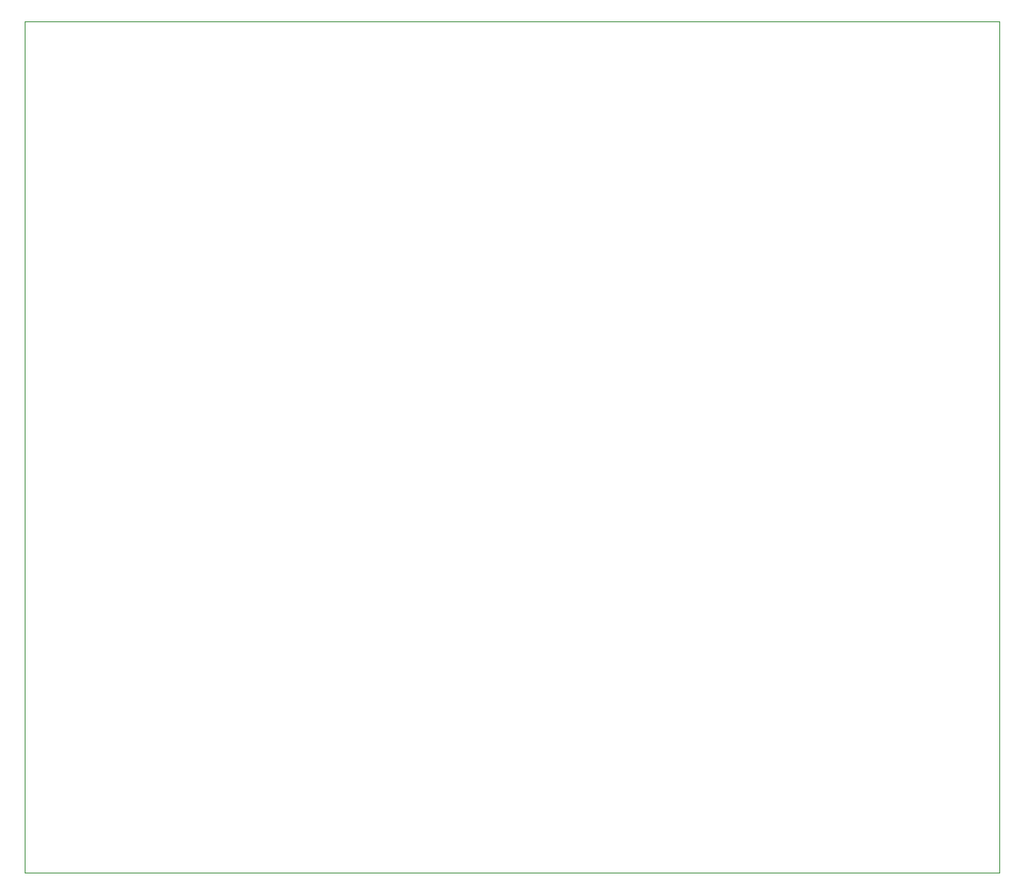
<source format=gbr>
G04 #@! TF.GenerationSoftware,KiCad,Pcbnew,5.1.4*
G04 #@! TF.CreationDate,2019-10-24T02:20:19+09:00*
G04 #@! TF.ProjectId,key_prac,6b65795f-7072-4616-932e-6b696361645f,rev?*
G04 #@! TF.SameCoordinates,PX3072580PY3dc4fd0*
G04 #@! TF.FileFunction,Profile,NP*
%FSLAX46Y46*%
G04 Gerber Fmt 4.6, Leading zero omitted, Abs format (unit mm)*
G04 Created by KiCad (PCBNEW 5.1.4) date 2019-10-24 02:20:19*
%MOMM*%
%LPD*%
G04 APERTURE LIST*
%ADD10C,0.050000*%
G04 APERTURE END LIST*
D10*
X0Y-87630000D02*
X0Y0D01*
X100330000Y0D02*
X100330000Y-87630000D01*
X100330000Y-87630000D02*
X0Y-87630000D01*
X0Y0D02*
X100330000Y0D01*
M02*

</source>
